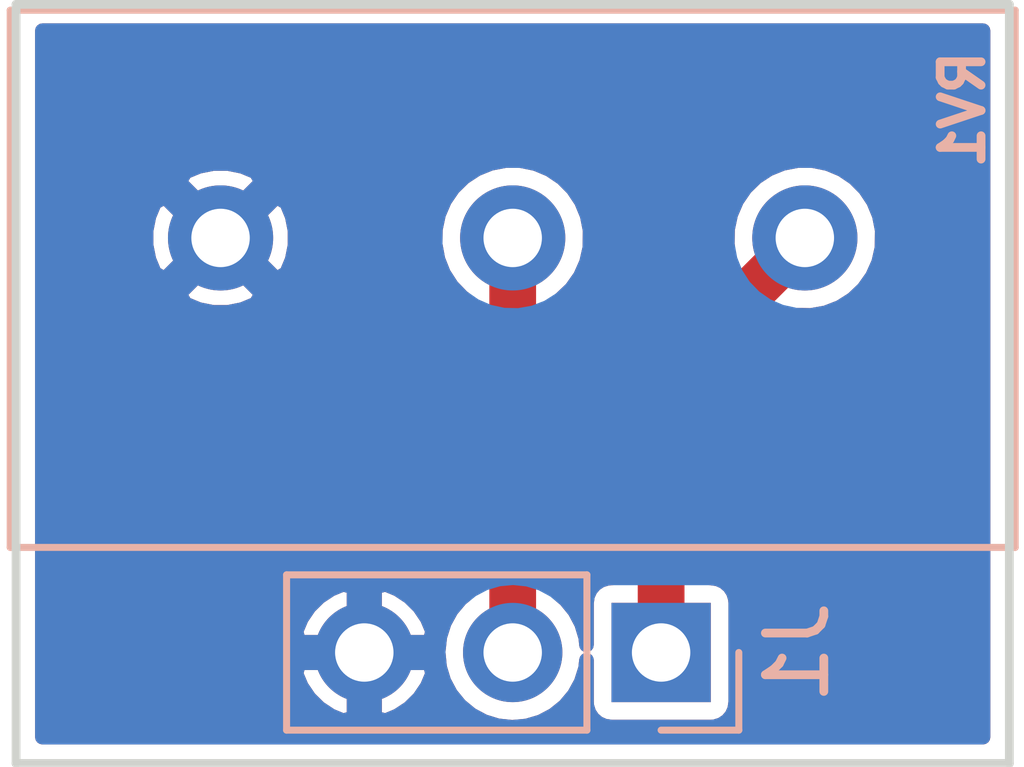
<source format=kicad_pcb>
(kicad_pcb (version 4) (host pcbnew 4.0.4-1.fc24-product)

  (general
    (links 3)
    (no_connects 0)
    (area 102.135 69.624999 121.575001 88.042858)
    (thickness 1.6)
    (drawings 8)
    (tracks 3)
    (zones 0)
    (modules 2)
    (nets 4)
  )

  (page A4)
  (layers
    (0 F.Cu signal)
    (31 B.Cu signal)
    (32 B.Adhes user)
    (33 F.Adhes user)
    (34 B.Paste user)
    (35 F.Paste user)
    (36 B.SilkS user)
    (37 F.SilkS user)
    (38 B.Mask user)
    (39 F.Mask user)
    (40 Dwgs.User user)
    (41 Cmts.User user)
    (42 Eco1.User user)
    (43 Eco2.User user)
    (44 Edge.Cuts user)
    (45 Margin user)
    (46 B.CrtYd user)
    (47 F.CrtYd user)
    (48 B.Fab user)
    (49 F.Fab user)
  )

  (setup
    (last_trace_width 0.8)
    (trace_clearance 0.3)
    (zone_clearance 0.25)
    (zone_45_only no)
    (trace_min 0.5)
    (segment_width 0.2)
    (edge_width 0.15)
    (via_size 0.6)
    (via_drill 0.4)
    (via_min_size 0.4)
    (via_min_drill 0.3)
    (uvia_size 0.3)
    (uvia_drill 0.1)
    (uvias_allowed no)
    (uvia_min_size 0.2)
    (uvia_min_drill 0.1)
    (pcb_text_width 0.3)
    (pcb_text_size 1.5 1.5)
    (mod_edge_width 0.15)
    (mod_text_size 0.7 0.7)
    (mod_text_width 0.15)
    (pad_size 1.8 4.7)
    (pad_drill 1)
    (pad_to_mask_clearance 0.2)
    (aux_axis_origin 0 0)
    (visible_elements 7FFFFFFF)
    (pcbplotparams
      (layerselection 0x010fc_80000001)
      (usegerberextensions true)
      (excludeedgelayer true)
      (linewidth 0.100000)
      (plotframeref false)
      (viasonmask false)
      (mode 1)
      (useauxorigin false)
      (hpglpennumber 1)
      (hpglpenspeed 20)
      (hpglpendiameter 15)
      (hpglpenoverlay 2)
      (psnegative false)
      (psa4output false)
      (plotreference true)
      (plotvalue true)
      (plotinvisibletext false)
      (padsonsilk false)
      (subtractmaskfromsilk false)
      (outputformat 1)
      (mirror false)
      (drillshape 0)
      (scaleselection 1)
      (outputdirectory ../../GERBER/MM/BND/))
  )

  (net 0 "")
  (net 1 /OUT)
  (net 2 Earth)
  (net 3 /IN)

  (net_class Default "This is the default net class."
    (clearance 0.3)
    (trace_width 0.8)
    (via_dia 0.6)
    (via_drill 0.4)
    (uvia_dia 0.3)
    (uvia_drill 0.1)
    (add_net /IN)
    (add_net /OUT)
    (add_net Earth)
  )

  (module LIBS:Potentiometer_Alpha_RV16 (layer B.Cu) (tedit 5B19C7FA) (tstamp 5B19C2C3)
    (at 112.5 74 90)
    (descr "Potentiometer, vertically mounted, Omeg PC16PU, Omeg PC16PU, Omeg PC16PU, Vishay/Spectrol 248GJ/249GJ Single, Vishay/Spectrol 248GJ/249GJ Single, Vishay/Spectrol 248GJ/249GJ Single, Vishay/Spectrol 248GH/249GH Single, Vishay/Spectrol 148/149 Single, Vishay/Spectrol 148/149 Single, Vishay/Spectrol 148/149 Single, Vishay/Spectrol 148A/149A Single with mounting plates, Vishay/Spectrol 148/149 Double, Vishay/Spectrol 148A/149A Double with mounting plates, Piher PC-16 Single, Piher PC-16 Single, Piher PC-16 Single, Piher PC-16SV Single, Piher PC-16 Double, Piher PC-16 Triple, Piher T16H Single, Piher T16L Single, Piher T16H Double, Alps RK163 Single, Alps RK163 Double, Alps RK097 Single, Alps RK097 Double, http://www.alps.com/prod/info/E/HTML/Potentiometer/RotaryPotentiometers/RK097/RK09712100AV.html")
    (tags "Potentiometer vertical  Omeg PC16PU  Omeg PC16PU  Omeg PC16PU  Vishay/Spectrol 248GJ/249GJ Single  Vishay/Spectrol 248GJ/249GJ Single  Vishay/Spectrol 248GJ/249GJ Single  Vishay/Spectrol 248GH/249GH Single  Vishay/Spectrol 148/149 Single  Vishay/Spectrol 148/149 Single  Vishay/Spectrol 148/149 Single  Vishay/Spectrol 148A/149A Single with mounting plates  Vishay/Spectrol 148/149 Double  Vishay/Spectrol 148A/149A Double with mounting plates  Piher PC-16 Single  Piher PC-16 Single  Piher PC-16 Single  Piher PC-16SV Single  Piher PC-16 Double  Piher PC-16 Triple  Piher T16H Single  Piher T16L Single  Piher T16H Double  Alps RK163 Single  Alps RK163 Double  Alps RK097 Single  Alps RK097 Double Dual Shaft")
    (path /5B1AF2D3)
    (fp_text reference RV1 (at 2.2 7.7 90) (layer B.SilkS)
      (effects (font (size 0.7 0.7) (thickness 0.15)) (justify mirror))
    )
    (fp_text value POT (at 2.15 -9.5 90) (layer B.Fab) hide
      (effects (font (size 0.7 0.7) (thickness 0.15)) (justify mirror))
    )
    (fp_line (start -5.2 8.5) (end -5.2 -8.5) (layer B.Fab) (width 0.1))
    (fp_line (start -5.2 -8.5) (end 3.8 -8.5) (layer B.Fab) (width 0.1))
    (fp_line (start 3.8 -8.5) (end 3.8 8.5) (layer B.Fab) (width 0.1))
    (fp_line (start 3.8 8.5) (end -5.2 8.5) (layer B.Fab) (width 0.1))
    (fp_line (start -5.3 8.6) (end 3.9 8.6) (layer B.SilkS) (width 0.12))
    (fp_line (start -5.3 -8.6) (end 3.9 -8.6) (layer B.SilkS) (width 0.12))
    (fp_line (start -5.3 8.6) (end -5.3 -8.6) (layer B.SilkS) (width 0.12))
    (fp_line (start 3.9 8.6) (end 3.9 -8.6) (layer B.SilkS) (width 0.12))
    (fp_line (start -5.45 8.75) (end -5.45 -8.75) (layer B.CrtYd) (width 0.05))
    (fp_line (start -5.45 -8.75) (end 4.05 -8.75) (layer B.CrtYd) (width 0.05))
    (fp_line (start 4.05 -8.75) (end 4.05 8.75) (layer B.CrtYd) (width 0.05))
    (fp_line (start 4.05 8.75) (end -5.45 8.75) (layer B.CrtYd) (width 0.05))
    (pad 3 thru_hole circle (at 0 5 90) (size 1.8 1.8) (drill 1) (layers *.Cu *.Mask)
      (net 3 /IN))
    (pad 2 thru_hole circle (at 0 0 90) (size 1.8 1.8) (drill 1) (layers *.Cu *.Mask)
      (net 1 /OUT))
    (pad 1 thru_hole circle (at 0 -5 90) (size 1.8 1.8) (drill 1) (layers *.Cu *.Mask)
      (net 2 Earth))
    (model Potentiometers.3dshapes/Potentiometer_Alps_RK097_Double_Vertical.wrl
      (at (xyz 0 0 0))
      (scale (xyz 0.393701 0.393701 0.393701))
      (rotate (xyz 0 0 0))
    )
  )

  (module Pin_Headers:Pin_Header_Straight_1x03_Pitch2.54mm (layer B.Cu) (tedit 5B1AF380) (tstamp 5B1AF36D)
    (at 115.04 81.1 90)
    (descr "Through hole straight pin header, 1x03, 2.54mm pitch, single row")
    (tags "Through hole pin header THT 1x03 2.54mm single row")
    (path /5B1AF310)
    (fp_text reference J1 (at 0 2.33 90) (layer B.SilkS)
      (effects (font (size 1 1) (thickness 0.15)) (justify mirror))
    )
    (fp_text value Conn_01x03_Male (at 0 -7.41 90) (layer B.Fab) hide
      (effects (font (size 1 1) (thickness 0.15)) (justify mirror))
    )
    (fp_line (start -0.635 1.27) (end 1.27 1.27) (layer B.Fab) (width 0.1))
    (fp_line (start 1.27 1.27) (end 1.27 -6.35) (layer B.Fab) (width 0.1))
    (fp_line (start 1.27 -6.35) (end -1.27 -6.35) (layer B.Fab) (width 0.1))
    (fp_line (start -1.27 -6.35) (end -1.27 0.635) (layer B.Fab) (width 0.1))
    (fp_line (start -1.27 0.635) (end -0.635 1.27) (layer B.Fab) (width 0.1))
    (fp_line (start -1.33 -6.41) (end 1.33 -6.41) (layer B.SilkS) (width 0.12))
    (fp_line (start -1.33 -1.27) (end -1.33 -6.41) (layer B.SilkS) (width 0.12))
    (fp_line (start 1.33 -1.27) (end 1.33 -6.41) (layer B.SilkS) (width 0.12))
    (fp_line (start -1.33 -1.27) (end 1.33 -1.27) (layer B.SilkS) (width 0.12))
    (fp_line (start -1.33 0) (end -1.33 1.33) (layer B.SilkS) (width 0.12))
    (fp_line (start -1.33 1.33) (end 0 1.33) (layer B.SilkS) (width 0.12))
    (fp_line (start -1.8 1.8) (end -1.8 -6.85) (layer B.CrtYd) (width 0.05))
    (fp_line (start -1.8 -6.85) (end 1.8 -6.85) (layer B.CrtYd) (width 0.05))
    (fp_line (start 1.8 -6.85) (end 1.8 1.8) (layer B.CrtYd) (width 0.05))
    (fp_line (start 1.8 1.8) (end -1.8 1.8) (layer B.CrtYd) (width 0.05))
    (fp_text user %R (at 0 -2.54 360) (layer B.Fab) hide
      (effects (font (size 1 1) (thickness 0.15)) (justify mirror))
    )
    (pad 1 thru_hole rect (at 0 0 90) (size 1.7 1.7) (drill 1) (layers *.Cu *.Mask)
      (net 3 /IN))
    (pad 2 thru_hole oval (at 0 -2.54 90) (size 1.7 1.7) (drill 1) (layers *.Cu *.Mask)
      (net 1 /OUT))
    (pad 3 thru_hole oval (at 0 -5.08 90) (size 1.7 1.7) (drill 1) (layers *.Cu *.Mask)
      (net 2 Earth))
    (model ${KISYS3DMOD}/Pin_Headers.3dshapes/Pin_Header_Straight_1x03_Pitch2.54mm.wrl
      (at (xyz 0 0 0))
      (scale (xyz 1 1 1))
      (rotate (xyz 0 0 0))
    )
  )

  (gr_line (start 104.3 82.7) (end 104.3 70.3) (angle 90) (layer Margin) (width 0.2))
  (gr_line (start 120.7 82.7) (end 104.3 82.7) (angle 90) (layer Margin) (width 0.2))
  (gr_line (start 120.7 70.3) (end 120.7 82.7) (angle 90) (layer Margin) (width 0.2))
  (gr_line (start 104.3 70.3) (end 120.7 70.3) (angle 90) (layer Margin) (width 0.2))
  (gr_line (start 104 83) (end 104 70) (angle 90) (layer Edge.Cuts) (width 0.15))
  (gr_line (start 121 83) (end 104 83) (angle 90) (layer Edge.Cuts) (width 0.15))
  (gr_line (start 121 70) (end 121 83) (angle 90) (layer Edge.Cuts) (width 0.15))
  (gr_line (start 104 70) (end 121 70) (angle 90) (layer Edge.Cuts) (width 0.15))

  (segment (start 112.5 81) (end 112.5 74) (width 0.8) (layer F.Cu) (net 1))
  (segment (start 115.04 81) (end 115.04 76.46) (width 0.8) (layer F.Cu) (net 3))
  (segment (start 115.04 76.46) (end 117.5 74) (width 0.8) (layer F.Cu) (net 3))

  (zone (net 2) (net_name Earth) (layer B.Cu) (tstamp 5AE4F35B) (hatch edge 0.508)
    (connect_pads thru_hole_only (clearance 0.25))
    (min_thickness 0.25)
    (fill yes (arc_segments 32) (thermal_gap 0.25) (thermal_bridge_width 0.6))
    (polygon
      (pts
        (xy 121 83) (xy 104 83) (xy 104 70) (xy 121 70)
      )
    )
    (filled_polygon
      (pts
        (xy 120.55 82.55) (xy 104.45 82.55) (xy 104.45 81.462513) (xy 108.789859 81.462513) (xy 108.883066 81.683831)
        (xy 109.017659 81.882712) (xy 109.188465 82.051514) (xy 109.388921 82.18375) (xy 109.597488 82.270133) (xy 109.785 82.217632)
        (xy 109.785 81.275) (xy 110.135 81.275) (xy 110.135 82.217632) (xy 110.322512 82.270133) (xy 110.531079 82.18375)
        (xy 110.731535 82.051514) (xy 110.902341 81.882712) (xy 111.036934 81.683831) (xy 111.130141 81.462513) (xy 111.078694 81.275)
        (xy 110.135 81.275) (xy 109.785 81.275) (xy 108.841306 81.275) (xy 108.789859 81.462513) (xy 104.45 81.462513)
        (xy 104.45 81.093831) (xy 111.225 81.093831) (xy 111.225 81.106169) (xy 111.249282 81.353818) (xy 111.321204 81.592034)
        (xy 111.438025 81.811743) (xy 111.595297 82.004578) (xy 111.787029 82.163192) (xy 112.005918 82.281545) (xy 112.243626 82.355127)
        (xy 112.491099 82.381138) (xy 112.738911 82.358585) (xy 112.977623 82.288328) (xy 113.198143 82.173043) (xy 113.392071 82.017122)
        (xy 113.55202 81.826502) (xy 113.671898 81.608445) (xy 113.747138 81.371256) (xy 113.762944 81.230345) (xy 113.762944 81.95)
        (xy 113.768341 82.01768) (xy 113.80389 82.132472) (xy 113.870012 82.232815) (xy 113.961471 82.310765) (xy 114.071025 82.360148)
        (xy 114.19 82.377056) (xy 115.89 82.377056) (xy 115.95768 82.371659) (xy 116.072472 82.33611) (xy 116.172815 82.269988)
        (xy 116.250765 82.178529) (xy 116.300148 82.068975) (xy 116.317056 81.95) (xy 116.317056 80.25) (xy 116.311659 80.18232)
        (xy 116.27611 80.067528) (xy 116.209988 79.967185) (xy 116.118529 79.889235) (xy 116.008975 79.839852) (xy 115.89 79.822944)
        (xy 114.19 79.822944) (xy 114.12232 79.828341) (xy 114.007528 79.86389) (xy 113.907185 79.930012) (xy 113.829235 80.021471)
        (xy 113.779852 80.131025) (xy 113.762944 80.25) (xy 113.762944 80.970873) (xy 113.750718 80.846182) (xy 113.678796 80.607966)
        (xy 113.561975 80.388257) (xy 113.404703 80.195422) (xy 113.212971 80.036808) (xy 112.994082 79.918455) (xy 112.756374 79.844873)
        (xy 112.508901 79.818862) (xy 112.261089 79.841415) (xy 112.022377 79.911672) (xy 111.801857 80.026957) (xy 111.607929 80.182878)
        (xy 111.44798 80.373498) (xy 111.328102 80.591555) (xy 111.252862 80.828744) (xy 111.225124 81.076029) (xy 111.225 81.093831)
        (xy 104.45 81.093831) (xy 104.45 80.737487) (xy 108.789859 80.737487) (xy 108.841306 80.925) (xy 109.785 80.925)
        (xy 109.785 79.982368) (xy 110.135 79.982368) (xy 110.135 80.925) (xy 111.078694 80.925) (xy 111.130141 80.737487)
        (xy 111.036934 80.516169) (xy 110.902341 80.317288) (xy 110.731535 80.148486) (xy 110.531079 80.01625) (xy 110.322512 79.929867)
        (xy 110.135 79.982368) (xy 109.785 79.982368) (xy 109.597488 79.929867) (xy 109.388921 80.01625) (xy 109.188465 80.148486)
        (xy 109.017659 80.317288) (xy 108.883066 80.516169) (xy 108.789859 80.737487) (xy 104.45 80.737487) (xy 104.45 74.954207)
        (xy 106.79328 74.954207) (xy 106.895584 75.129635) (xy 107.127579 75.225845) (xy 107.373885 75.274947) (xy 107.625038 75.275053)
        (xy 107.871386 75.226159) (xy 108.103462 75.130145) (xy 108.104416 75.129635) (xy 108.20672 74.954207) (xy 107.5 74.247487)
        (xy 106.79328 74.954207) (xy 104.45 74.954207) (xy 104.45 74.125038) (xy 106.224947 74.125038) (xy 106.273841 74.371386)
        (xy 106.369855 74.603462) (xy 106.370365 74.604416) (xy 106.545793 74.70672) (xy 107.252513 74) (xy 107.747487 74)
        (xy 108.454207 74.70672) (xy 108.629635 74.604416) (xy 108.725845 74.372421) (xy 108.774947 74.126115) (xy 108.774953 74.11141)
        (xy 111.173258 74.11141) (xy 111.220166 74.366987) (xy 111.315821 74.608585) (xy 111.456582 74.827003) (xy 111.637086 75.01392)
        (xy 111.850458 75.162218) (xy 112.088571 75.266247) (xy 112.342356 75.322045) (xy 112.602145 75.327487) (xy 112.858043 75.282365)
        (xy 113.100303 75.188399) (xy 113.319698 75.049166) (xy 113.507872 74.869971) (xy 113.657655 74.65764) (xy 113.763344 74.420259)
        (xy 113.820912 74.16687) (xy 113.821686 74.11141) (xy 116.173258 74.11141) (xy 116.220166 74.366987) (xy 116.315821 74.608585)
        (xy 116.456582 74.827003) (xy 116.637086 75.01392) (xy 116.850458 75.162218) (xy 117.088571 75.266247) (xy 117.342356 75.322045)
        (xy 117.602145 75.327487) (xy 117.858043 75.282365) (xy 118.100303 75.188399) (xy 118.319698 75.049166) (xy 118.507872 74.869971)
        (xy 118.657655 74.65764) (xy 118.763344 74.420259) (xy 118.820912 74.16687) (xy 118.825057 73.870077) (xy 118.774586 73.61518)
        (xy 118.675566 73.37494) (xy 118.53177 73.158509) (xy 118.348673 72.97413) (xy 118.133251 72.828826) (xy 117.893709 72.728132)
        (xy 117.63917 72.675883) (xy 117.379331 72.674069) (xy 117.124087 72.722759) (xy 116.883163 72.820099) (xy 116.665733 72.962381)
        (xy 116.48008 73.144186) (xy 116.333276 73.358588) (xy 116.230911 73.597421) (xy 116.176886 73.851589) (xy 116.173258 74.11141)
        (xy 113.821686 74.11141) (xy 113.825057 73.870077) (xy 113.774586 73.61518) (xy 113.675566 73.37494) (xy 113.53177 73.158509)
        (xy 113.348673 72.97413) (xy 113.133251 72.828826) (xy 112.893709 72.728132) (xy 112.63917 72.675883) (xy 112.379331 72.674069)
        (xy 112.124087 72.722759) (xy 111.883163 72.820099) (xy 111.665733 72.962381) (xy 111.48008 73.144186) (xy 111.333276 73.358588)
        (xy 111.230911 73.597421) (xy 111.176886 73.851589) (xy 111.173258 74.11141) (xy 108.774953 74.11141) (xy 108.775053 73.874962)
        (xy 108.726159 73.628614) (xy 108.630145 73.396538) (xy 108.629635 73.395584) (xy 108.454207 73.29328) (xy 107.747487 74)
        (xy 107.252513 74) (xy 106.545793 73.29328) (xy 106.370365 73.395584) (xy 106.274155 73.627579) (xy 106.225053 73.873885)
        (xy 106.224947 74.125038) (xy 104.45 74.125038) (xy 104.45 73.045793) (xy 106.79328 73.045793) (xy 107.5 73.752513)
        (xy 108.20672 73.045793) (xy 108.104416 72.870365) (xy 107.872421 72.774155) (xy 107.626115 72.725053) (xy 107.374962 72.724947)
        (xy 107.128614 72.773841) (xy 106.896538 72.869855) (xy 106.895584 72.870365) (xy 106.79328 73.045793) (xy 104.45 73.045793)
        (xy 104.45 70.45) (xy 120.55 70.45)
      )
    )
  )
  (zone (net 2) (net_name Earth) (layer F.Cu) (tstamp 5AE4F35B) (hatch edge 0.508)
    (connect_pads thru_hole_only (clearance 0.25))
    (min_thickness 0.25)
    (fill yes (arc_segments 32) (thermal_gap 0.25) (thermal_bridge_width 0.6))
    (polygon
      (pts
        (xy 121 83) (xy 104 83) (xy 104 70) (xy 121 70)
      )
    )
    (filled_polygon
      (pts
        (xy 120.55 82.55) (xy 104.45 82.55) (xy 104.45 81.462513) (xy 108.789859 81.462513) (xy 108.883066 81.683831)
        (xy 109.017659 81.882712) (xy 109.188465 82.051514) (xy 109.388921 82.18375) (xy 109.597488 82.270133) (xy 109.785 82.217632)
        (xy 109.785 81.275) (xy 110.135 81.275) (xy 110.135 82.217632) (xy 110.322512 82.270133) (xy 110.531079 82.18375)
        (xy 110.731535 82.051514) (xy 110.902341 81.882712) (xy 111.036934 81.683831) (xy 111.130141 81.462513) (xy 111.078694 81.275)
        (xy 110.135 81.275) (xy 109.785 81.275) (xy 108.841306 81.275) (xy 108.789859 81.462513) (xy 104.45 81.462513)
        (xy 104.45 80.737487) (xy 108.789859 80.737487) (xy 108.841306 80.925) (xy 109.785 80.925) (xy 109.785 79.982368)
        (xy 110.135 79.982368) (xy 110.135 80.925) (xy 111.078694 80.925) (xy 111.130141 80.737487) (xy 111.036934 80.516169)
        (xy 110.902341 80.317288) (xy 110.731535 80.148486) (xy 110.531079 80.01625) (xy 110.322512 79.929867) (xy 110.135 79.982368)
        (xy 109.785 79.982368) (xy 109.597488 79.929867) (xy 109.388921 80.01625) (xy 109.188465 80.148486) (xy 109.017659 80.317288)
        (xy 108.883066 80.516169) (xy 108.789859 80.737487) (xy 104.45 80.737487) (xy 104.45 74.954207) (xy 106.79328 74.954207)
        (xy 106.895584 75.129635) (xy 107.127579 75.225845) (xy 107.373885 75.274947) (xy 107.625038 75.275053) (xy 107.871386 75.226159)
        (xy 108.103462 75.130145) (xy 108.104416 75.129635) (xy 108.20672 74.954207) (xy 107.5 74.247487) (xy 106.79328 74.954207)
        (xy 104.45 74.954207) (xy 104.45 74.125038) (xy 106.224947 74.125038) (xy 106.273841 74.371386) (xy 106.369855 74.603462)
        (xy 106.370365 74.604416) (xy 106.545793 74.70672) (xy 107.252513 74) (xy 107.747487 74) (xy 108.454207 74.70672)
        (xy 108.629635 74.604416) (xy 108.725845 74.372421) (xy 108.774947 74.126115) (xy 108.774953 74.11141) (xy 111.173258 74.11141)
        (xy 111.220166 74.366987) (xy 111.315821 74.608585) (xy 111.456582 74.827003) (xy 111.637086 75.01392) (xy 111.675 75.040271)
        (xy 111.675 80.128952) (xy 111.607929 80.182878) (xy 111.44798 80.373498) (xy 111.328102 80.591555) (xy 111.252862 80.828744)
        (xy 111.225124 81.076029) (xy 111.225 81.093831) (xy 111.225 81.106169) (xy 111.249282 81.353818) (xy 111.321204 81.592034)
        (xy 111.438025 81.811743) (xy 111.595297 82.004578) (xy 111.787029 82.163192) (xy 112.005918 82.281545) (xy 112.243626 82.355127)
        (xy 112.491099 82.381138) (xy 112.738911 82.358585) (xy 112.977623 82.288328) (xy 113.198143 82.173043) (xy 113.392071 82.017122)
        (xy 113.55202 81.826502) (xy 113.671898 81.608445) (xy 113.747138 81.371256) (xy 113.762944 81.230345) (xy 113.762944 81.95)
        (xy 113.768341 82.01768) (xy 113.80389 82.132472) (xy 113.870012 82.232815) (xy 113.961471 82.310765) (xy 114.071025 82.360148)
        (xy 114.19 82.377056) (xy 115.89 82.377056) (xy 115.95768 82.371659) (xy 116.072472 82.33611) (xy 116.172815 82.269988)
        (xy 116.250765 82.178529) (xy 116.300148 82.068975) (xy 116.317056 81.95) (xy 116.317056 80.25) (xy 116.311659 80.18232)
        (xy 116.27611 80.067528) (xy 116.209988 79.967185) (xy 116.118529 79.889235) (xy 116.008975 79.839852) (xy 115.89 79.822944)
        (xy 115.865 79.822944) (xy 115.865 76.801726) (xy 117.344633 75.322093) (xy 117.602145 75.327487) (xy 117.858043 75.282365)
        (xy 118.100303 75.188399) (xy 118.319698 75.049166) (xy 118.507872 74.869971) (xy 118.657655 74.65764) (xy 118.763344 74.420259)
        (xy 118.820912 74.16687) (xy 118.825057 73.870077) (xy 118.774586 73.61518) (xy 118.675566 73.37494) (xy 118.53177 73.158509)
        (xy 118.348673 72.97413) (xy 118.133251 72.828826) (xy 117.893709 72.728132) (xy 117.63917 72.675883) (xy 117.379331 72.674069)
        (xy 117.124087 72.722759) (xy 116.883163 72.820099) (xy 116.665733 72.962381) (xy 116.48008 73.144186) (xy 116.333276 73.358588)
        (xy 116.230911 73.597421) (xy 116.176886 73.851589) (xy 116.173258 74.11141) (xy 116.180796 74.152478) (xy 114.456637 75.876637)
        (xy 114.408281 75.935506) (xy 114.359281 75.993902) (xy 114.35719 75.997706) (xy 114.354438 76.001056) (xy 114.318459 76.068157)
        (xy 114.281713 76.134998) (xy 114.2804 76.139138) (xy 114.278352 76.142957) (xy 114.256084 76.215791) (xy 114.233028 76.288473)
        (xy 114.232544 76.292784) (xy 114.231276 76.296933) (xy 114.223577 76.372732) (xy 114.21508 76.448481) (xy 114.215021 76.456961)
        (xy 114.215005 76.45712) (xy 114.215019 76.457268) (xy 114.215 76.46) (xy 114.215 79.822944) (xy 114.19 79.822944)
        (xy 114.12232 79.828341) (xy 114.007528 79.86389) (xy 113.907185 79.930012) (xy 113.829235 80.021471) (xy 113.779852 80.131025)
        (xy 113.762944 80.25) (xy 113.762944 80.970873) (xy 113.750718 80.846182) (xy 113.678796 80.607966) (xy 113.561975 80.388257)
        (xy 113.404703 80.195422) (xy 113.325 80.129486) (xy 113.325 75.044117) (xy 113.507872 74.869971) (xy 113.657655 74.65764)
        (xy 113.763344 74.420259) (xy 113.820912 74.16687) (xy 113.825057 73.870077) (xy 113.774586 73.61518) (xy 113.675566 73.37494)
        (xy 113.53177 73.158509) (xy 113.348673 72.97413) (xy 113.133251 72.828826) (xy 112.893709 72.728132) (xy 112.63917 72.675883)
        (xy 112.379331 72.674069) (xy 112.124087 72.722759) (xy 111.883163 72.820099) (xy 111.665733 72.962381) (xy 111.48008 73.144186)
        (xy 111.333276 73.358588) (xy 111.230911 73.597421) (xy 111.176886 73.851589) (xy 111.173258 74.11141) (xy 108.774953 74.11141)
        (xy 108.775053 73.874962) (xy 108.726159 73.628614) (xy 108.630145 73.396538) (xy 108.629635 73.395584) (xy 108.454207 73.29328)
        (xy 107.747487 74) (xy 107.252513 74) (xy 106.545793 73.29328) (xy 106.370365 73.395584) (xy 106.274155 73.627579)
        (xy 106.225053 73.873885) (xy 106.224947 74.125038) (xy 104.45 74.125038) (xy 104.45 73.045793) (xy 106.79328 73.045793)
        (xy 107.5 73.752513) (xy 108.20672 73.045793) (xy 108.104416 72.870365) (xy 107.872421 72.774155) (xy 107.626115 72.725053)
        (xy 107.374962 72.724947) (xy 107.128614 72.773841) (xy 106.896538 72.869855) (xy 106.895584 72.870365) (xy 106.79328 73.045793)
        (xy 104.45 73.045793) (xy 104.45 70.45) (xy 120.55 70.45)
      )
    )
  )
)

</source>
